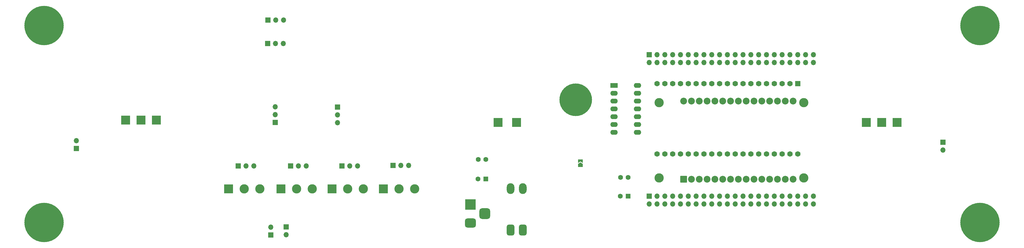
<source format=gts>
G04 #@! TF.GenerationSoftware,KiCad,Pcbnew,7.0.10-1.fc39*
G04 #@! TF.CreationDate,2024-01-09T16:29:58-05:00*
G04 #@! TF.ProjectId,SYSMATT-WS2812-MATRIX-CARRIER-32X8,5359534d-4154-4542-9d57-53323831322d,rev?*
G04 #@! TF.SameCoordinates,Original*
G04 #@! TF.FileFunction,Soldermask,Top*
G04 #@! TF.FilePolarity,Negative*
%FSLAX46Y46*%
G04 Gerber Fmt 4.6, Leading zero omitted, Abs format (unit mm)*
G04 Created by KiCad (PCBNEW 7.0.10-1.fc39) date 2024-01-09 16:29:58*
%MOMM*%
%LPD*%
G01*
G04 APERTURE LIST*
G04 Aperture macros list*
%AMRoundRect*
0 Rectangle with rounded corners*
0 $1 Rounding radius*
0 $2 $3 $4 $5 $6 $7 $8 $9 X,Y pos of 4 corners*
0 Add a 4 corners polygon primitive as box body*
4,1,4,$2,$3,$4,$5,$6,$7,$8,$9,$2,$3,0*
0 Add four circle primitives for the rounded corners*
1,1,$1+$1,$2,$3*
1,1,$1+$1,$4,$5*
1,1,$1+$1,$6,$7*
1,1,$1+$1,$8,$9*
0 Add four rect primitives between the rounded corners*
20,1,$1+$1,$2,$3,$4,$5,0*
20,1,$1+$1,$4,$5,$6,$7,0*
20,1,$1+$1,$6,$7,$8,$9,0*
20,1,$1+$1,$8,$9,$2,$3,0*%
%AMFreePoly0*
4,1,6,1.000000,0.000000,0.500000,-0.750000,-0.500000,-0.750000,-0.500000,0.750000,0.500000,0.750000,1.000000,0.000000,1.000000,0.000000,$1*%
%AMFreePoly1*
4,1,6,0.500000,-0.750000,-0.650000,-0.750000,-0.150000,0.000000,-0.650000,0.750000,0.500000,0.750000,0.500000,-0.750000,0.500000,-0.750000,$1*%
G04 Aperture macros list end*
%ADD10C,1.600000*%
%ADD11C,12.800000*%
%ADD12R,3.000000X3.000000*%
%ADD13R,1.700000X1.700000*%
%ADD14O,1.700000X1.700000*%
%ADD15R,1.600000X1.600000*%
%ADD16C,3.000000*%
%ADD17R,3.500000X3.500000*%
%ADD18RoundRect,0.750000X1.000000X-0.750000X1.000000X0.750000X-1.000000X0.750000X-1.000000X-0.750000X0*%
%ADD19RoundRect,0.875000X0.875000X-0.875000X0.875000X0.875000X-0.875000X0.875000X-0.875000X-0.875000X0*%
%ADD20FreePoly0,90.000000*%
%ADD21FreePoly1,90.000000*%
%ADD22R,2.400000X1.600000*%
%ADD23O,2.400000X1.600000*%
%ADD24RoundRect,0.625000X0.625000X-1.125000X0.625000X1.125000X-0.625000X1.125000X-0.625000X-1.125000X0*%
%ADD25O,2.500000X3.500000*%
%ADD26C,10.600000*%
%ADD27RoundRect,0.102000X1.000000X-1.000000X1.000000X1.000000X-1.000000X1.000000X-1.000000X-1.000000X0*%
%ADD28C,2.204000*%
%ADD29RoundRect,0.102000X-0.780000X0.780000X-0.780000X-0.780000X0.780000X-0.780000X0.780000X0.780000X0*%
%ADD30C,1.764000*%
G04 APERTURE END LIST*
D10*
X162017000Y37935000D03*
X159517000Y37935000D03*
D11*
X322500000Y17500000D03*
D12*
X45007000Y50732000D03*
D13*
X310521000Y43553000D03*
D14*
X310521000Y41013000D03*
D13*
X215084001Y72013000D03*
D14*
X215084001Y69473000D03*
X217624001Y72013000D03*
X217624001Y69473000D03*
X220164001Y72013000D03*
X220164001Y69473000D03*
X222704001Y72013000D03*
X222704001Y69473000D03*
X225244001Y72013000D03*
X225244001Y69473000D03*
X227784001Y72013000D03*
X227784001Y69473000D03*
X230324001Y72013000D03*
X230324001Y69473000D03*
X232864001Y72013000D03*
X232864001Y69473000D03*
X235404001Y72013000D03*
X235404001Y69473000D03*
X237944001Y72013000D03*
X237944001Y69473000D03*
X240484001Y72013000D03*
X240484001Y69473000D03*
X243024001Y72013000D03*
X243024001Y69473000D03*
X245564001Y72013000D03*
X245564001Y69473000D03*
X248104001Y72013000D03*
X248104001Y69473000D03*
X250644001Y72013000D03*
X250644001Y69473000D03*
X253184001Y72013000D03*
X253184001Y69473000D03*
X255724001Y72013000D03*
X255724001Y69473000D03*
X258264001Y72013000D03*
X258264001Y69473000D03*
X260804001Y72013000D03*
X260804001Y69473000D03*
X263344001Y72013000D03*
X263344001Y69473000D03*
X265884001Y72013000D03*
X265884001Y69473000D03*
X268424001Y72013000D03*
X268424001Y69473000D03*
D13*
X91151409Y75618000D03*
D14*
X93691409Y75618000D03*
X96231409Y75618000D03*
D13*
X131888000Y35978000D03*
D14*
X134428000Y35978000D03*
X136968000Y35978000D03*
D12*
X285594000Y50000000D03*
D15*
X208226001Y26039000D03*
D10*
X205726001Y26039000D03*
D12*
X78421000Y28358000D03*
D16*
X83501000Y28358000D03*
X88581000Y28358000D03*
D17*
X156982500Y23335000D03*
D18*
X156982500Y17335000D03*
D19*
X161682500Y20335000D03*
D13*
X91181409Y83288000D03*
D14*
X93721409Y83288000D03*
X96261409Y83288000D03*
D13*
X92125000Y13381000D03*
D14*
X92125000Y15921000D03*
D12*
X172000000Y50000000D03*
D20*
X192732001Y35982000D03*
D21*
X192732001Y37432000D03*
D13*
X93612000Y49950000D03*
D14*
X93612000Y52490000D03*
X93612000Y55030000D03*
D22*
X203654001Y61980000D03*
D23*
X203654001Y59440000D03*
X203654001Y56900000D03*
X203654001Y54360000D03*
X203654001Y51820000D03*
X203654001Y49280000D03*
X203654001Y46740000D03*
X211274001Y46740000D03*
X211274001Y49280000D03*
X211274001Y51820000D03*
X211274001Y54360000D03*
X211274001Y56900000D03*
X211274001Y59440000D03*
X211274001Y61980000D03*
D15*
X161977000Y31585000D03*
D10*
X159477000Y31585000D03*
D24*
X170000000Y15000000D03*
X174000000Y15000000D03*
D25*
X170000000Y28500000D03*
X174000000Y28500000D03*
D13*
X97148000Y16053000D03*
D14*
X97148000Y13513000D03*
D13*
X29000000Y41500000D03*
D14*
X29000000Y44040000D03*
D12*
X128713000Y28358000D03*
D16*
X133793000Y28358000D03*
X138873000Y28358000D03*
D11*
X322500000Y81500000D03*
D13*
X98614000Y35851000D03*
D14*
X101154000Y35851000D03*
X103694000Y35851000D03*
D26*
X191243001Y57357000D03*
D12*
X55007000Y50732000D03*
D16*
X218300000Y31920000D03*
X265250000Y31920000D03*
X218300000Y56430000D03*
X265250000Y56430000D03*
D27*
X226260000Y31500000D03*
D28*
X228800000Y31500000D03*
X231340000Y31500000D03*
X233880000Y31500000D03*
X236420000Y31500000D03*
X238960000Y31500000D03*
X241500000Y31500000D03*
X244040000Y31500000D03*
X246580000Y31500000D03*
X249120000Y31500000D03*
X251660000Y31500000D03*
X254200000Y31500000D03*
X256740000Y31500000D03*
X259280000Y31500000D03*
X261820000Y31500000D03*
X261820000Y56900000D03*
X259280000Y56900000D03*
X256740000Y56900000D03*
X254200000Y56900000D03*
X251660000Y56900000D03*
X249120000Y56900000D03*
X246580000Y56900000D03*
X244040000Y56900000D03*
X241500000Y56900000D03*
X238960000Y56900000D03*
X236420000Y56900000D03*
X233880000Y56900000D03*
X231340000Y56900000D03*
X228800000Y56900000D03*
X226260000Y56900000D03*
D12*
X112076000Y28358000D03*
D16*
X117156000Y28358000D03*
X122236000Y28358000D03*
D13*
X81596000Y35851000D03*
D14*
X84136000Y35851000D03*
X86676000Y35851000D03*
D10*
X208266001Y32135000D03*
X205766001Y32135000D03*
D13*
X215084001Y26039000D03*
D14*
X215084001Y23499000D03*
X217624001Y26039000D03*
X217624001Y23499000D03*
X220164001Y26039000D03*
X220164001Y23499000D03*
X222704001Y26039000D03*
X222704001Y23499000D03*
X225244001Y26039000D03*
X225244001Y23499000D03*
X227784001Y26039000D03*
X227784001Y23499000D03*
X230324001Y26039000D03*
X230324001Y23499000D03*
X232864001Y26039000D03*
X232864001Y23499000D03*
X235404001Y26039000D03*
X235404001Y23499000D03*
X237944001Y26039000D03*
X237944001Y23499000D03*
X240484001Y26039000D03*
X240484001Y23499000D03*
X243024001Y26039000D03*
X243024001Y23499000D03*
X245564001Y26039000D03*
X245564001Y23499000D03*
X248104001Y26039000D03*
X248104001Y23499000D03*
X250644001Y26039000D03*
X250644001Y23499000D03*
X253184001Y26039000D03*
X253184001Y23499000D03*
X255724001Y26039000D03*
X255724001Y23499000D03*
X258264001Y26039000D03*
X258264001Y23499000D03*
X260804001Y26039000D03*
X260804001Y23499000D03*
X263344001Y26039000D03*
X263344001Y23499000D03*
X265884001Y26039000D03*
X265884001Y23499000D03*
X268424001Y26039000D03*
X268424001Y23499000D03*
D12*
X166000000Y50000000D03*
D11*
X18500000Y81500000D03*
X18500000Y17500000D03*
D13*
X115251000Y35851000D03*
D14*
X117791000Y35851000D03*
X120331000Y35851000D03*
D12*
X50007000Y50732000D03*
X290594000Y50000000D03*
D29*
X263344000Y62615000D03*
D30*
X260804000Y62615000D03*
X258264000Y62615000D03*
X255724000Y62615000D03*
X253184000Y62615000D03*
X250644000Y62615000D03*
X248104000Y62615000D03*
X245564000Y62615000D03*
X243024000Y62615000D03*
X240484000Y62615000D03*
X237944000Y62615000D03*
X235404000Y62615000D03*
X232864000Y62615000D03*
X230324000Y62615000D03*
X227784000Y62615000D03*
X225244000Y62615000D03*
X222704000Y62615000D03*
X220164000Y62615000D03*
X217624000Y62615000D03*
X263344000Y39755000D03*
X260804000Y39755000D03*
X258264000Y39755000D03*
X255724000Y39755000D03*
X253184000Y39755000D03*
X250644000Y39755000D03*
X248104000Y39755000D03*
X245564000Y39755000D03*
X243024000Y39755000D03*
X240484000Y39755000D03*
X237944000Y39755000D03*
X235404000Y39755000D03*
X232864000Y39755000D03*
X230324000Y39755000D03*
X227784000Y39755000D03*
X225244000Y39755000D03*
X222704000Y39755000D03*
X220164000Y39755000D03*
X217624000Y39755000D03*
D12*
X295594000Y50000000D03*
D13*
X113862000Y55000000D03*
D14*
X113862000Y52460000D03*
X113862000Y49920000D03*
D12*
X95439000Y28358000D03*
D16*
X100519000Y28358000D03*
X105599000Y28358000D03*
M02*

</source>
